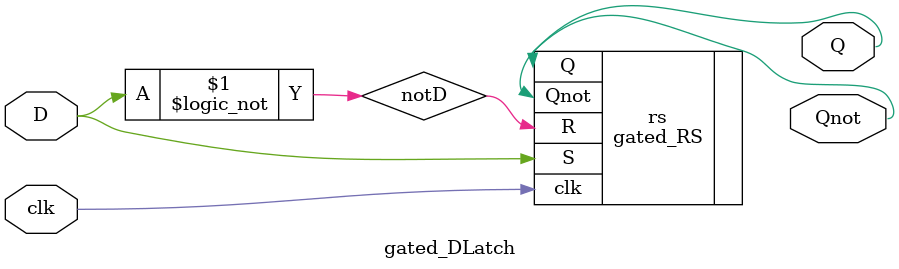
<source format=v>
module gated_DLatch (clk, D, Q, Qnot);
   input  D, clk;
   output Q, Qnot;
	
	wire notD;
	assign notD = !D;
   // You will need to instantiate gated_RS and modify relevant signals
	gated_RS rs(.clk(clk), .R(notD), .S(D), .Q(Q), .Qnot(Qnot));
endmodule
</source>
